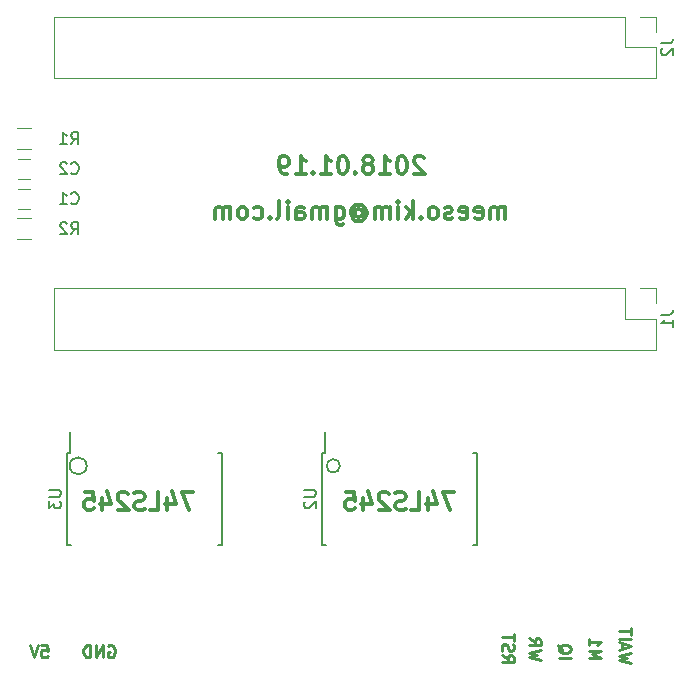
<source format=gbr>
G04 #@! TF.FileFunction,Legend,Bot*
%FSLAX46Y46*%
G04 Gerber Fmt 4.6, Leading zero omitted, Abs format (unit mm)*
G04 Created by KiCad (PCBNEW 4.0.7) date 01/19/18 22:03:17*
%MOMM*%
%LPD*%
G01*
G04 APERTURE LIST*
%ADD10C,0.100000*%
%ADD11C,0.200000*%
%ADD12C,0.300000*%
%ADD13C,0.250000*%
%ADD14C,0.150000*%
%ADD15C,0.120000*%
G04 APERTURE END LIST*
D10*
D11*
X134830420Y-88646000D02*
G75*
G03X134830420Y-88646000I-718420J0D01*
G01*
X156269961Y-88646000D02*
G75*
G03X156269961Y-88646000I-567961J0D01*
G01*
D12*
X143870570Y-90872571D02*
X142870570Y-90872571D01*
X143513427Y-92372571D01*
X141656285Y-91372571D02*
X141656285Y-92372571D01*
X142013428Y-90801143D02*
X142370571Y-91872571D01*
X141441999Y-91872571D01*
X140156285Y-92372571D02*
X140870571Y-92372571D01*
X140870571Y-90872571D01*
X139727714Y-92301143D02*
X139513428Y-92372571D01*
X139156285Y-92372571D01*
X139013428Y-92301143D01*
X138941999Y-92229714D01*
X138870571Y-92086857D01*
X138870571Y-91944000D01*
X138941999Y-91801143D01*
X139013428Y-91729714D01*
X139156285Y-91658286D01*
X139441999Y-91586857D01*
X139584857Y-91515429D01*
X139656285Y-91444000D01*
X139727714Y-91301143D01*
X139727714Y-91158286D01*
X139656285Y-91015429D01*
X139584857Y-90944000D01*
X139441999Y-90872571D01*
X139084857Y-90872571D01*
X138870571Y-90944000D01*
X138299143Y-91015429D02*
X138227714Y-90944000D01*
X138084857Y-90872571D01*
X137727714Y-90872571D01*
X137584857Y-90944000D01*
X137513428Y-91015429D01*
X137442000Y-91158286D01*
X137442000Y-91301143D01*
X137513428Y-91515429D01*
X138370571Y-92372571D01*
X137442000Y-92372571D01*
X136156286Y-91372571D02*
X136156286Y-92372571D01*
X136513429Y-90801143D02*
X136870572Y-91872571D01*
X135942000Y-91872571D01*
X134656286Y-90872571D02*
X135370572Y-90872571D01*
X135442001Y-91586857D01*
X135370572Y-91515429D01*
X135227715Y-91444000D01*
X134870572Y-91444000D01*
X134727715Y-91515429D01*
X134656286Y-91586857D01*
X134584858Y-91729714D01*
X134584858Y-92086857D01*
X134656286Y-92229714D01*
X134727715Y-92301143D01*
X134870572Y-92372571D01*
X135227715Y-92372571D01*
X135370572Y-92301143D01*
X135442001Y-92229714D01*
X165968570Y-90872571D02*
X164968570Y-90872571D01*
X165611427Y-92372571D01*
X163754285Y-91372571D02*
X163754285Y-92372571D01*
X164111428Y-90801143D02*
X164468571Y-91872571D01*
X163539999Y-91872571D01*
X162254285Y-92372571D02*
X162968571Y-92372571D01*
X162968571Y-90872571D01*
X161825714Y-92301143D02*
X161611428Y-92372571D01*
X161254285Y-92372571D01*
X161111428Y-92301143D01*
X161039999Y-92229714D01*
X160968571Y-92086857D01*
X160968571Y-91944000D01*
X161039999Y-91801143D01*
X161111428Y-91729714D01*
X161254285Y-91658286D01*
X161539999Y-91586857D01*
X161682857Y-91515429D01*
X161754285Y-91444000D01*
X161825714Y-91301143D01*
X161825714Y-91158286D01*
X161754285Y-91015429D01*
X161682857Y-90944000D01*
X161539999Y-90872571D01*
X161182857Y-90872571D01*
X160968571Y-90944000D01*
X160397143Y-91015429D02*
X160325714Y-90944000D01*
X160182857Y-90872571D01*
X159825714Y-90872571D01*
X159682857Y-90944000D01*
X159611428Y-91015429D01*
X159540000Y-91158286D01*
X159540000Y-91301143D01*
X159611428Y-91515429D01*
X160468571Y-92372571D01*
X159540000Y-92372571D01*
X158254286Y-91372571D02*
X158254286Y-92372571D01*
X158611429Y-90801143D02*
X158968572Y-91872571D01*
X158040000Y-91872571D01*
X156754286Y-90872571D02*
X157468572Y-90872571D01*
X157540001Y-91586857D01*
X157468572Y-91515429D01*
X157325715Y-91444000D01*
X156968572Y-91444000D01*
X156825715Y-91515429D01*
X156754286Y-91586857D01*
X156682858Y-91729714D01*
X156682858Y-92086857D01*
X156754286Y-92229714D01*
X156825715Y-92301143D01*
X156968572Y-92372571D01*
X157325715Y-92372571D01*
X157468572Y-92301143D01*
X157540001Y-92229714D01*
D13*
X131000476Y-103846381D02*
X131476667Y-103846381D01*
X131524286Y-104322571D01*
X131476667Y-104274952D01*
X131381429Y-104227333D01*
X131143333Y-104227333D01*
X131048095Y-104274952D01*
X131000476Y-104322571D01*
X130952857Y-104417810D01*
X130952857Y-104655905D01*
X131000476Y-104751143D01*
X131048095Y-104798762D01*
X131143333Y-104846381D01*
X131381429Y-104846381D01*
X131476667Y-104798762D01*
X131524286Y-104751143D01*
X130667143Y-103846381D02*
X130333810Y-104846381D01*
X130000476Y-103846381D01*
X136651904Y-103894000D02*
X136747142Y-103846381D01*
X136889999Y-103846381D01*
X137032857Y-103894000D01*
X137128095Y-103989238D01*
X137175714Y-104084476D01*
X137223333Y-104274952D01*
X137223333Y-104417810D01*
X137175714Y-104608286D01*
X137128095Y-104703524D01*
X137032857Y-104798762D01*
X136889999Y-104846381D01*
X136794761Y-104846381D01*
X136651904Y-104798762D01*
X136604285Y-104751143D01*
X136604285Y-104417810D01*
X136794761Y-104417810D01*
X136175714Y-104846381D02*
X136175714Y-103846381D01*
X135604285Y-104846381D01*
X135604285Y-103846381D01*
X135128095Y-104846381D02*
X135128095Y-103846381D01*
X134890000Y-103846381D01*
X134747142Y-103894000D01*
X134651904Y-103989238D01*
X134604285Y-104084476D01*
X134556666Y-104274952D01*
X134556666Y-104417810D01*
X134604285Y-104608286D01*
X134651904Y-104703524D01*
X134747142Y-104798762D01*
X134890000Y-104846381D01*
X135128095Y-104846381D01*
X173267619Y-105068571D02*
X172267619Y-104830476D01*
X172981905Y-104639999D01*
X172267619Y-104449523D01*
X173267619Y-104211428D01*
X172267619Y-103259047D02*
X172743810Y-103592381D01*
X172267619Y-103830476D02*
X173267619Y-103830476D01*
X173267619Y-103449523D01*
X173220000Y-103354285D01*
X173172381Y-103306666D01*
X173077143Y-103259047D01*
X172934286Y-103259047D01*
X172839048Y-103306666D01*
X172791429Y-103354285D01*
X172743810Y-103449523D01*
X172743810Y-103830476D01*
X174807619Y-104917809D02*
X175807619Y-104917809D01*
X174712381Y-103774952D02*
X174760000Y-103870190D01*
X174855238Y-103965428D01*
X174998095Y-104108285D01*
X175045714Y-104203524D01*
X175045714Y-104298762D01*
X174807619Y-104251143D02*
X174855238Y-104346381D01*
X174950476Y-104441619D01*
X175140952Y-104489238D01*
X175474286Y-104489238D01*
X175664762Y-104441619D01*
X175760000Y-104346381D01*
X175807619Y-104251143D01*
X175807619Y-104060666D01*
X175760000Y-103965428D01*
X175664762Y-103870190D01*
X175474286Y-103822571D01*
X175140952Y-103822571D01*
X174950476Y-103870190D01*
X174855238Y-103965428D01*
X174807619Y-104060666D01*
X174807619Y-104251143D01*
X177347619Y-104949524D02*
X178347619Y-104949524D01*
X177633333Y-104616190D01*
X178347619Y-104282857D01*
X177347619Y-104282857D01*
X177347619Y-103282857D02*
X177347619Y-103854286D01*
X177347619Y-103568572D02*
X178347619Y-103568572D01*
X178204762Y-103663810D01*
X178109524Y-103759048D01*
X178061905Y-103854286D01*
X180887619Y-105362190D02*
X179887619Y-105124095D01*
X180601905Y-104933618D01*
X179887619Y-104743142D01*
X180887619Y-104505047D01*
X180173333Y-104171714D02*
X180173333Y-103695523D01*
X179887619Y-104266952D02*
X180887619Y-103933619D01*
X179887619Y-103600285D01*
X179887619Y-103266952D02*
X180887619Y-103266952D01*
X180887619Y-102933619D02*
X180887619Y-102362190D01*
X179887619Y-102647905D02*
X180887619Y-102647905D01*
X169981619Y-104687619D02*
X170457810Y-105020953D01*
X169981619Y-105259048D02*
X170981619Y-105259048D01*
X170981619Y-104878095D01*
X170934000Y-104782857D01*
X170886381Y-104735238D01*
X170791143Y-104687619D01*
X170648286Y-104687619D01*
X170553048Y-104735238D01*
X170505429Y-104782857D01*
X170457810Y-104878095D01*
X170457810Y-105259048D01*
X170029238Y-104306667D02*
X169981619Y-104163810D01*
X169981619Y-103925714D01*
X170029238Y-103830476D01*
X170076857Y-103782857D01*
X170172095Y-103735238D01*
X170267333Y-103735238D01*
X170362571Y-103782857D01*
X170410190Y-103830476D01*
X170457810Y-103925714D01*
X170505429Y-104116191D01*
X170553048Y-104211429D01*
X170600667Y-104259048D01*
X170695905Y-104306667D01*
X170791143Y-104306667D01*
X170886381Y-104259048D01*
X170934000Y-104211429D01*
X170981619Y-104116191D01*
X170981619Y-103878095D01*
X170934000Y-103735238D01*
X170981619Y-103449524D02*
X170981619Y-102878095D01*
X169981619Y-103163810D02*
X170981619Y-103163810D01*
D12*
X170273714Y-67734571D02*
X170273714Y-66734571D01*
X170273714Y-66877429D02*
X170202286Y-66806000D01*
X170059428Y-66734571D01*
X169845143Y-66734571D01*
X169702286Y-66806000D01*
X169630857Y-66948857D01*
X169630857Y-67734571D01*
X169630857Y-66948857D02*
X169559428Y-66806000D01*
X169416571Y-66734571D01*
X169202286Y-66734571D01*
X169059428Y-66806000D01*
X168988000Y-66948857D01*
X168988000Y-67734571D01*
X167702286Y-67663143D02*
X167845143Y-67734571D01*
X168130857Y-67734571D01*
X168273714Y-67663143D01*
X168345143Y-67520286D01*
X168345143Y-66948857D01*
X168273714Y-66806000D01*
X168130857Y-66734571D01*
X167845143Y-66734571D01*
X167702286Y-66806000D01*
X167630857Y-66948857D01*
X167630857Y-67091714D01*
X168345143Y-67234571D01*
X166416572Y-67663143D02*
X166559429Y-67734571D01*
X166845143Y-67734571D01*
X166988000Y-67663143D01*
X167059429Y-67520286D01*
X167059429Y-66948857D01*
X166988000Y-66806000D01*
X166845143Y-66734571D01*
X166559429Y-66734571D01*
X166416572Y-66806000D01*
X166345143Y-66948857D01*
X166345143Y-67091714D01*
X167059429Y-67234571D01*
X165773715Y-67663143D02*
X165630858Y-67734571D01*
X165345143Y-67734571D01*
X165202286Y-67663143D01*
X165130858Y-67520286D01*
X165130858Y-67448857D01*
X165202286Y-67306000D01*
X165345143Y-67234571D01*
X165559429Y-67234571D01*
X165702286Y-67163143D01*
X165773715Y-67020286D01*
X165773715Y-66948857D01*
X165702286Y-66806000D01*
X165559429Y-66734571D01*
X165345143Y-66734571D01*
X165202286Y-66806000D01*
X164273714Y-67734571D02*
X164416572Y-67663143D01*
X164488000Y-67591714D01*
X164559429Y-67448857D01*
X164559429Y-67020286D01*
X164488000Y-66877429D01*
X164416572Y-66806000D01*
X164273714Y-66734571D01*
X164059429Y-66734571D01*
X163916572Y-66806000D01*
X163845143Y-66877429D01*
X163773714Y-67020286D01*
X163773714Y-67448857D01*
X163845143Y-67591714D01*
X163916572Y-67663143D01*
X164059429Y-67734571D01*
X164273714Y-67734571D01*
X163130857Y-67591714D02*
X163059429Y-67663143D01*
X163130857Y-67734571D01*
X163202286Y-67663143D01*
X163130857Y-67591714D01*
X163130857Y-67734571D01*
X162416571Y-67734571D02*
X162416571Y-66234571D01*
X162273714Y-67163143D02*
X161845143Y-67734571D01*
X161845143Y-66734571D02*
X162416571Y-67306000D01*
X161202285Y-67734571D02*
X161202285Y-66734571D01*
X161202285Y-66234571D02*
X161273714Y-66306000D01*
X161202285Y-66377429D01*
X161130857Y-66306000D01*
X161202285Y-66234571D01*
X161202285Y-66377429D01*
X160487999Y-67734571D02*
X160487999Y-66734571D01*
X160487999Y-66877429D02*
X160416571Y-66806000D01*
X160273713Y-66734571D01*
X160059428Y-66734571D01*
X159916571Y-66806000D01*
X159845142Y-66948857D01*
X159845142Y-67734571D01*
X159845142Y-66948857D02*
X159773713Y-66806000D01*
X159630856Y-66734571D01*
X159416571Y-66734571D01*
X159273713Y-66806000D01*
X159202285Y-66948857D01*
X159202285Y-67734571D01*
X157559428Y-67020286D02*
X157630856Y-66948857D01*
X157773713Y-66877429D01*
X157916571Y-66877429D01*
X158059428Y-66948857D01*
X158130856Y-67020286D01*
X158202285Y-67163143D01*
X158202285Y-67306000D01*
X158130856Y-67448857D01*
X158059428Y-67520286D01*
X157916571Y-67591714D01*
X157773713Y-67591714D01*
X157630856Y-67520286D01*
X157559428Y-67448857D01*
X157559428Y-66877429D02*
X157559428Y-67448857D01*
X157487999Y-67520286D01*
X157416571Y-67520286D01*
X157273713Y-67448857D01*
X157202285Y-67306000D01*
X157202285Y-66948857D01*
X157345142Y-66734571D01*
X157559428Y-66591714D01*
X157845142Y-66520286D01*
X158130856Y-66591714D01*
X158345142Y-66734571D01*
X158487999Y-66948857D01*
X158559428Y-67234571D01*
X158487999Y-67520286D01*
X158345142Y-67734571D01*
X158130856Y-67877429D01*
X157845142Y-67948857D01*
X157559428Y-67877429D01*
X157345142Y-67734571D01*
X155916571Y-66734571D02*
X155916571Y-67948857D01*
X155988000Y-68091714D01*
X156059428Y-68163143D01*
X156202285Y-68234571D01*
X156416571Y-68234571D01*
X156559428Y-68163143D01*
X155916571Y-67663143D02*
X156059428Y-67734571D01*
X156345142Y-67734571D01*
X156488000Y-67663143D01*
X156559428Y-67591714D01*
X156630857Y-67448857D01*
X156630857Y-67020286D01*
X156559428Y-66877429D01*
X156488000Y-66806000D01*
X156345142Y-66734571D01*
X156059428Y-66734571D01*
X155916571Y-66806000D01*
X155202285Y-67734571D02*
X155202285Y-66734571D01*
X155202285Y-66877429D02*
X155130857Y-66806000D01*
X154987999Y-66734571D01*
X154773714Y-66734571D01*
X154630857Y-66806000D01*
X154559428Y-66948857D01*
X154559428Y-67734571D01*
X154559428Y-66948857D02*
X154487999Y-66806000D01*
X154345142Y-66734571D01*
X154130857Y-66734571D01*
X153987999Y-66806000D01*
X153916571Y-66948857D01*
X153916571Y-67734571D01*
X152559428Y-67734571D02*
X152559428Y-66948857D01*
X152630857Y-66806000D01*
X152773714Y-66734571D01*
X153059428Y-66734571D01*
X153202285Y-66806000D01*
X152559428Y-67663143D02*
X152702285Y-67734571D01*
X153059428Y-67734571D01*
X153202285Y-67663143D01*
X153273714Y-67520286D01*
X153273714Y-67377429D01*
X153202285Y-67234571D01*
X153059428Y-67163143D01*
X152702285Y-67163143D01*
X152559428Y-67091714D01*
X151845142Y-67734571D02*
X151845142Y-66734571D01*
X151845142Y-66234571D02*
X151916571Y-66306000D01*
X151845142Y-66377429D01*
X151773714Y-66306000D01*
X151845142Y-66234571D01*
X151845142Y-66377429D01*
X150916570Y-67734571D02*
X151059428Y-67663143D01*
X151130856Y-67520286D01*
X151130856Y-66234571D01*
X150345142Y-67591714D02*
X150273714Y-67663143D01*
X150345142Y-67734571D01*
X150416571Y-67663143D01*
X150345142Y-67591714D01*
X150345142Y-67734571D01*
X148987999Y-67663143D02*
X149130856Y-67734571D01*
X149416570Y-67734571D01*
X149559428Y-67663143D01*
X149630856Y-67591714D01*
X149702285Y-67448857D01*
X149702285Y-67020286D01*
X149630856Y-66877429D01*
X149559428Y-66806000D01*
X149416570Y-66734571D01*
X149130856Y-66734571D01*
X148987999Y-66806000D01*
X148130856Y-67734571D02*
X148273714Y-67663143D01*
X148345142Y-67591714D01*
X148416571Y-67448857D01*
X148416571Y-67020286D01*
X148345142Y-66877429D01*
X148273714Y-66806000D01*
X148130856Y-66734571D01*
X147916571Y-66734571D01*
X147773714Y-66806000D01*
X147702285Y-66877429D01*
X147630856Y-67020286D01*
X147630856Y-67448857D01*
X147702285Y-67591714D01*
X147773714Y-67663143D01*
X147916571Y-67734571D01*
X148130856Y-67734571D01*
X146987999Y-67734571D02*
X146987999Y-66734571D01*
X146987999Y-66877429D02*
X146916571Y-66806000D01*
X146773713Y-66734571D01*
X146559428Y-66734571D01*
X146416571Y-66806000D01*
X146345142Y-66948857D01*
X146345142Y-67734571D01*
X146345142Y-66948857D02*
X146273713Y-66806000D01*
X146130856Y-66734571D01*
X145916571Y-66734571D01*
X145773713Y-66806000D01*
X145702285Y-66948857D01*
X145702285Y-67734571D01*
X163368856Y-62567429D02*
X163297427Y-62496000D01*
X163154570Y-62424571D01*
X162797427Y-62424571D01*
X162654570Y-62496000D01*
X162583141Y-62567429D01*
X162511713Y-62710286D01*
X162511713Y-62853143D01*
X162583141Y-63067429D01*
X163440284Y-63924571D01*
X162511713Y-63924571D01*
X161583142Y-62424571D02*
X161440285Y-62424571D01*
X161297428Y-62496000D01*
X161225999Y-62567429D01*
X161154570Y-62710286D01*
X161083142Y-62996000D01*
X161083142Y-63353143D01*
X161154570Y-63638857D01*
X161225999Y-63781714D01*
X161297428Y-63853143D01*
X161440285Y-63924571D01*
X161583142Y-63924571D01*
X161725999Y-63853143D01*
X161797428Y-63781714D01*
X161868856Y-63638857D01*
X161940285Y-63353143D01*
X161940285Y-62996000D01*
X161868856Y-62710286D01*
X161797428Y-62567429D01*
X161725999Y-62496000D01*
X161583142Y-62424571D01*
X159654571Y-63924571D02*
X160511714Y-63924571D01*
X160083142Y-63924571D02*
X160083142Y-62424571D01*
X160225999Y-62638857D01*
X160368857Y-62781714D01*
X160511714Y-62853143D01*
X158797428Y-63067429D02*
X158940286Y-62996000D01*
X159011714Y-62924571D01*
X159083143Y-62781714D01*
X159083143Y-62710286D01*
X159011714Y-62567429D01*
X158940286Y-62496000D01*
X158797428Y-62424571D01*
X158511714Y-62424571D01*
X158368857Y-62496000D01*
X158297428Y-62567429D01*
X158226000Y-62710286D01*
X158226000Y-62781714D01*
X158297428Y-62924571D01*
X158368857Y-62996000D01*
X158511714Y-63067429D01*
X158797428Y-63067429D01*
X158940286Y-63138857D01*
X159011714Y-63210286D01*
X159083143Y-63353143D01*
X159083143Y-63638857D01*
X159011714Y-63781714D01*
X158940286Y-63853143D01*
X158797428Y-63924571D01*
X158511714Y-63924571D01*
X158368857Y-63853143D01*
X158297428Y-63781714D01*
X158226000Y-63638857D01*
X158226000Y-63353143D01*
X158297428Y-63210286D01*
X158368857Y-63138857D01*
X158511714Y-63067429D01*
X157583143Y-63781714D02*
X157511715Y-63853143D01*
X157583143Y-63924571D01*
X157654572Y-63853143D01*
X157583143Y-63781714D01*
X157583143Y-63924571D01*
X156583143Y-62424571D02*
X156440286Y-62424571D01*
X156297429Y-62496000D01*
X156226000Y-62567429D01*
X156154571Y-62710286D01*
X156083143Y-62996000D01*
X156083143Y-63353143D01*
X156154571Y-63638857D01*
X156226000Y-63781714D01*
X156297429Y-63853143D01*
X156440286Y-63924571D01*
X156583143Y-63924571D01*
X156726000Y-63853143D01*
X156797429Y-63781714D01*
X156868857Y-63638857D01*
X156940286Y-63353143D01*
X156940286Y-62996000D01*
X156868857Y-62710286D01*
X156797429Y-62567429D01*
X156726000Y-62496000D01*
X156583143Y-62424571D01*
X154654572Y-63924571D02*
X155511715Y-63924571D01*
X155083143Y-63924571D02*
X155083143Y-62424571D01*
X155226000Y-62638857D01*
X155368858Y-62781714D01*
X155511715Y-62853143D01*
X154011715Y-63781714D02*
X153940287Y-63853143D01*
X154011715Y-63924571D01*
X154083144Y-63853143D01*
X154011715Y-63781714D01*
X154011715Y-63924571D01*
X152511715Y-63924571D02*
X153368858Y-63924571D01*
X152940286Y-63924571D02*
X152940286Y-62424571D01*
X153083143Y-62638857D01*
X153226001Y-62781714D01*
X153368858Y-62853143D01*
X151797430Y-63924571D02*
X151511715Y-63924571D01*
X151368858Y-63853143D01*
X151297430Y-63781714D01*
X151154572Y-63567429D01*
X151083144Y-63281714D01*
X151083144Y-62710286D01*
X151154572Y-62567429D01*
X151226001Y-62496000D01*
X151368858Y-62424571D01*
X151654572Y-62424571D01*
X151797430Y-62496000D01*
X151868858Y-62567429D01*
X151940287Y-62710286D01*
X151940287Y-63067429D01*
X151868858Y-63210286D01*
X151797430Y-63281714D01*
X151654572Y-63353143D01*
X151368858Y-63353143D01*
X151226001Y-63281714D01*
X151154572Y-63210286D01*
X151083144Y-63067429D01*
D14*
X154715000Y-87565000D02*
X154965000Y-87565000D01*
X154715000Y-95315000D02*
X155050000Y-95315000D01*
X167865000Y-95315000D02*
X167530000Y-95315000D01*
X167865000Y-87565000D02*
X167530000Y-87565000D01*
X154715000Y-87565000D02*
X154715000Y-95315000D01*
X167865000Y-87565000D02*
X167865000Y-95315000D01*
X154965000Y-87565000D02*
X154965000Y-85765000D01*
X133125000Y-87565000D02*
X133375000Y-87565000D01*
X133125000Y-95315000D02*
X133460000Y-95315000D01*
X146275000Y-95315000D02*
X145940000Y-95315000D01*
X146275000Y-87565000D02*
X145940000Y-87565000D01*
X133125000Y-87565000D02*
X133125000Y-95315000D01*
X146275000Y-87565000D02*
X146275000Y-95315000D01*
X133375000Y-87565000D02*
X133375000Y-85765000D01*
D15*
X180404000Y-73600000D02*
X132084000Y-73600000D01*
X132084000Y-73600000D02*
X132084000Y-78800000D01*
X132084000Y-78800000D02*
X183004000Y-78800000D01*
X183004000Y-78800000D02*
X183004000Y-76200000D01*
X183004000Y-76200000D02*
X180404000Y-76200000D01*
X180404000Y-76200000D02*
X180404000Y-73600000D01*
X181674000Y-73600000D02*
X183004000Y-73600000D01*
X183004000Y-73600000D02*
X183004000Y-74870000D01*
X180404000Y-50613000D02*
X132084000Y-50613000D01*
X132084000Y-50613000D02*
X132084000Y-55813000D01*
X132084000Y-55813000D02*
X183004000Y-55813000D01*
X183004000Y-55813000D02*
X183004000Y-53213000D01*
X183004000Y-53213000D02*
X180404000Y-53213000D01*
X180404000Y-53213000D02*
X180404000Y-50613000D01*
X181674000Y-50613000D02*
X183004000Y-50613000D01*
X183004000Y-50613000D02*
X183004000Y-51883000D01*
X130040000Y-64350000D02*
X129040000Y-64350000D01*
X129040000Y-62650000D02*
X130040000Y-62650000D01*
X129040000Y-65190000D02*
X130040000Y-65190000D01*
X130040000Y-66890000D02*
X129040000Y-66890000D01*
X130140000Y-60080000D02*
X128940000Y-60080000D01*
X128940000Y-61840000D02*
X130140000Y-61840000D01*
X130140000Y-67700000D02*
X128940000Y-67700000D01*
X128940000Y-69460000D02*
X130140000Y-69460000D01*
D14*
X153242381Y-90678095D02*
X154051905Y-90678095D01*
X154147143Y-90725714D01*
X154194762Y-90773333D01*
X154242381Y-90868571D01*
X154242381Y-91059048D01*
X154194762Y-91154286D01*
X154147143Y-91201905D01*
X154051905Y-91249524D01*
X153242381Y-91249524D01*
X153337619Y-91678095D02*
X153290000Y-91725714D01*
X153242381Y-91820952D01*
X153242381Y-92059048D01*
X153290000Y-92154286D01*
X153337619Y-92201905D01*
X153432857Y-92249524D01*
X153528095Y-92249524D01*
X153670952Y-92201905D01*
X154242381Y-91630476D01*
X154242381Y-92249524D01*
X131652381Y-90678095D02*
X132461905Y-90678095D01*
X132557143Y-90725714D01*
X132604762Y-90773333D01*
X132652381Y-90868571D01*
X132652381Y-91059048D01*
X132604762Y-91154286D01*
X132557143Y-91201905D01*
X132461905Y-91249524D01*
X131652381Y-91249524D01*
X131652381Y-91630476D02*
X131652381Y-92249524D01*
X132033333Y-91916190D01*
X132033333Y-92059048D01*
X132080952Y-92154286D01*
X132128571Y-92201905D01*
X132223810Y-92249524D01*
X132461905Y-92249524D01*
X132557143Y-92201905D01*
X132604762Y-92154286D01*
X132652381Y-92059048D01*
X132652381Y-91773333D01*
X132604762Y-91678095D01*
X132557143Y-91630476D01*
X183456381Y-75866667D02*
X184170667Y-75866667D01*
X184313524Y-75819047D01*
X184408762Y-75723809D01*
X184456381Y-75580952D01*
X184456381Y-75485714D01*
X184456381Y-76866667D02*
X184456381Y-76295238D01*
X184456381Y-76580952D02*
X183456381Y-76580952D01*
X183599238Y-76485714D01*
X183694476Y-76390476D01*
X183742095Y-76295238D01*
X183456381Y-52879667D02*
X184170667Y-52879667D01*
X184313524Y-52832047D01*
X184408762Y-52736809D01*
X184456381Y-52593952D01*
X184456381Y-52498714D01*
X183551619Y-53308238D02*
X183504000Y-53355857D01*
X183456381Y-53451095D01*
X183456381Y-53689191D01*
X183504000Y-53784429D01*
X183551619Y-53832048D01*
X183646857Y-53879667D01*
X183742095Y-53879667D01*
X183884952Y-53832048D01*
X184456381Y-53260619D01*
X184456381Y-53879667D01*
X133516666Y-66397143D02*
X133564285Y-66444762D01*
X133707142Y-66492381D01*
X133802380Y-66492381D01*
X133945238Y-66444762D01*
X134040476Y-66349524D01*
X134088095Y-66254286D01*
X134135714Y-66063810D01*
X134135714Y-65920952D01*
X134088095Y-65730476D01*
X134040476Y-65635238D01*
X133945238Y-65540000D01*
X133802380Y-65492381D01*
X133707142Y-65492381D01*
X133564285Y-65540000D01*
X133516666Y-65587619D01*
X132564285Y-66492381D02*
X133135714Y-66492381D01*
X132850000Y-66492381D02*
X132850000Y-65492381D01*
X132945238Y-65635238D01*
X133040476Y-65730476D01*
X133135714Y-65778095D01*
X133516666Y-63857143D02*
X133564285Y-63904762D01*
X133707142Y-63952381D01*
X133802380Y-63952381D01*
X133945238Y-63904762D01*
X134040476Y-63809524D01*
X134088095Y-63714286D01*
X134135714Y-63523810D01*
X134135714Y-63380952D01*
X134088095Y-63190476D01*
X134040476Y-63095238D01*
X133945238Y-63000000D01*
X133802380Y-62952381D01*
X133707142Y-62952381D01*
X133564285Y-63000000D01*
X133516666Y-63047619D01*
X133135714Y-63047619D02*
X133088095Y-63000000D01*
X132992857Y-62952381D01*
X132754761Y-62952381D01*
X132659523Y-63000000D01*
X132611904Y-63047619D01*
X132564285Y-63142857D01*
X132564285Y-63238095D01*
X132611904Y-63380952D01*
X133183333Y-63952381D01*
X132564285Y-63952381D01*
X133516666Y-61412381D02*
X133850000Y-60936190D01*
X134088095Y-61412381D02*
X134088095Y-60412381D01*
X133707142Y-60412381D01*
X133611904Y-60460000D01*
X133564285Y-60507619D01*
X133516666Y-60602857D01*
X133516666Y-60745714D01*
X133564285Y-60840952D01*
X133611904Y-60888571D01*
X133707142Y-60936190D01*
X134088095Y-60936190D01*
X132564285Y-61412381D02*
X133135714Y-61412381D01*
X132850000Y-61412381D02*
X132850000Y-60412381D01*
X132945238Y-60555238D01*
X133040476Y-60650476D01*
X133135714Y-60698095D01*
X133516666Y-69032381D02*
X133850000Y-68556190D01*
X134088095Y-69032381D02*
X134088095Y-68032381D01*
X133707142Y-68032381D01*
X133611904Y-68080000D01*
X133564285Y-68127619D01*
X133516666Y-68222857D01*
X133516666Y-68365714D01*
X133564285Y-68460952D01*
X133611904Y-68508571D01*
X133707142Y-68556190D01*
X134088095Y-68556190D01*
X133135714Y-68127619D02*
X133088095Y-68080000D01*
X132992857Y-68032381D01*
X132754761Y-68032381D01*
X132659523Y-68080000D01*
X132611904Y-68127619D01*
X132564285Y-68222857D01*
X132564285Y-68318095D01*
X132611904Y-68460952D01*
X133183333Y-69032381D01*
X132564285Y-69032381D01*
M02*

</source>
